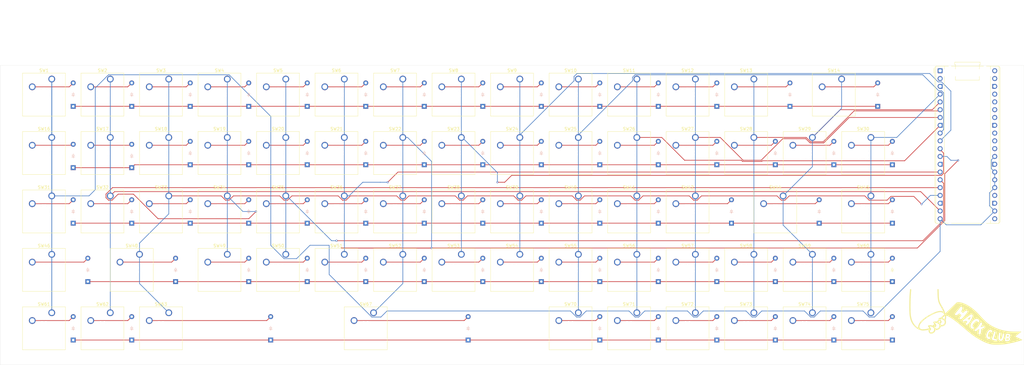
<source format=kicad_pcb>
(kicad_pcb (version 20240108) (generator "pcbnew") (generator_version "8.0")
  (layers (0 "F.Cu" signal) (31 "B.Cu" signal) (34 "B.Paste" user) (35 "F.Paste" user) (36 "B.SilkS" user "B.Silkscreen") (37 "F.SilkS" user "F.Silkscreen") (38 "B.Mask" user) (39 "F.Mask" user) (44 "Edge.Cuts" user))
  (net 0 "")
  (net 1 "Net-(D1-A)")
  (net 2 "Net-(D1-K)")
  (net 3 "Net-(D2-A)")
  (net 4 "Net-(D3-A)")
  (net 5 "Net-(D4-A)")
  (net 6 "Net-(D5-A)")
  (net 7 "Net-(D6-A)")
  (net 8 "Net-(D7-A)")
  (net 9 "Net-(D8-A)")
  (net 10 "Net-(D9-A)")
  (net 11 "Net-(D10-A)")
  (net 12 "Net-(D11-A)")
  (net 13 "Net-(D12-A)")
  (net 14 "Net-(D13-A)")
  (net 15 "Net-(D14-A)")
  (net 16 "Net-(D16-A)")
  (net 17 "Net-(D16-K)")
  (net 18 "Net-(D17-A)")
  (net 19 "Net-(D18-A)")
  (net 20 "Net-(D19-A)")
  (net 21 "Net-(D20-A)")
  (net 22 "Net-(D21-A)")
  (net 23 "Net-(D22-A)")
  (net 24 "Net-(D23-A)")
  (net 25 "Net-(D24-A)")
  (net 26 "Net-(D25-A)")
  (net 27 "Net-(D26-A)")
  (net 28 "Net-(D27-A)")
  (net 29 "Net-(D28-A)")
  (net 30 "Net-(D29-A)")
  (net 31 "Net-(D30-A)")
  (net 32 "Net-(D31-K)")
  (net 33 "Net-(D31-A)")
  (net 34 "Net-(D32-A)")
  (net 35 "Net-(D33-A)")
  (net 36 "Net-(D34-A)")
  (net 37 "Net-(D35-A)")
  (net 38 "Net-(D36-A)")
  (net 39 "Net-(D37-A)")
  (net 40 "Net-(D38-A)")
  (net 41 "Net-(D39-A)")
  (net 42 "Net-(D40-A)")
  (net 43 "Net-(D41-A)")
  (net 44 "Net-(D42-A)")
  (net 45 "Net-(D44-A)")
  (net 46 "Net-(D45-A)")
  (net 47 "Net-(D46-A)")
  (net 48 "Net-(D46-K)")
  (net 49 "Net-(D48-A)")
  (net 50 "Net-(D49-A)")
  (net 51 "Net-(D50-A)")
  (net 52 "Net-(D51-A)")
  (net 53 "Net-(D52-A)")
  (net 54 "Net-(D53-A)")
  (net 55 "Net-(D54-A)")
  (net 56 "Net-(D55-A)")
  (net 57 "Net-(D56-A)")
  (net 58 "Net-(D57-A)")
  (net 59 "Net-(D58-A)")
  (net 60 "Net-(D59-A)")
  (net 61 "Net-(D60-A)")
  (net 62 "Net-(D61-K)")
  (net 63 "Net-(D61-A)")
  (net 64 "Net-(D62-A)")
  (net 65 "Net-(D63-A)")
  (net 66 "Net-(D67-A)")
  (net 67 "Net-(D70-A)")
  (net 68 "Net-(D71-A)")
  (net 69 "Net-(D72-A)")
  (net 70 "Net-(D73-A)")
  (net 71 "Net-(D74-A)")
  (net 72 "Net-(D75-A)")
  (net 73 "col1")
  (net 74 "col2")
  (net 75 "col3")
  (net 76 "col4")
  (net 77 "col5")
  (net 78 "col6")
  (net 79 "col7")
  (net 80 "col8")
  (net 81 "col9")
  (net 82 "col10")
  (net 83 "col11")
  (net 84 "col12")
  (net 85 "col13")
  (net 86 "col14")
  (net 87 "col15")
  (footprint "Button_Switch_Keyboard:SW_Cherry_MX_1.00u_PCB" (layer "F.Cu") (at 47.78375 23.495)
    (property "Reference" "SW18")
    (property "Value" "SW_Push_45deg")
  )
  (footprint "Button_Switch_Keyboard:SW_Cherry_MX_1.00u_PCB" (layer "F.Cu") (at 104.93375 4.445)
    (property "Reference" "SW6")
    (property "Value" "SW_Push_45deg")
  )
  (footprint "Button_Switch_Keyboard:SW_Cherry_MX_1.00u_PCB" (layer "F.Cu") (at 9.68375 80.645)
    (property "Reference" "SW61")
    (property "Value" "SW_Push_45deg")
  )
  (footprint "Button_Switch_Keyboard:SW_Cherry_MX_1.00u_PCB" (layer "F.Cu") (at 9.68375 23.495)
    (property "Reference" "SW16")
    (property "Value" "SW_Push_45deg")
  )
  (footprint "Button_Switch_Keyboard:SW_Cherry_MX_1.00u_PCB" (layer "F.Cu") (at 28.73375 80.645)
    (property "Reference" "SW62")
    (property "Value" "SW_Push_45deg")
  )
  (footprint "Button_Switch_Keyboard:SW_Cherry_MX_1.00u_PCB" (layer "F.Cu") (at 9.68375 61.595)
    (property "Reference" "SW46")
    (property "Value" "SW_Push_45deg")
  )
  (footprint "Button_Switch_Keyboard:SW_Cherry_MX_1.00u_PCB" (layer "F.Cu") (at 9.68375 4.445)
    (property "Reference" "SW1")
    (property "Value" "SW_Push_45deg")
  )
  (footprint "Button_Switch_Keyboard:SW_Cherry_MX_1.00u_PCB" (layer "F.Cu") (at 104.93375 61.595)
    (property "Reference" "SW51")
    (property "Value" "SW_Push_45deg")
  )
  (footprint "Button_Switch_Keyboard:SW_Cherry_MX_1.00u_PCB" (layer "F.Cu") (at 123.98375 42.545)
    (property "Reference" "SW37")
    (property "Value" "SW_Push_45deg")
  )
  (footprint "Button_Switch_Keyboard:SW_Cherry_MX_1.00u_PCB" (layer "F.Cu") (at 276.38375 80.645)
    (property "Reference" "SW75")
    (property "Value" "SW_Push_45deg")
  )
  (footprint "Button_Switch_Keyboard:SW_Cherry_MX_1.00u_PCB" (layer "F.Cu") (at 162.08375 4.445)
    (property "Reference" "SW9")
    (property "Value" "SW_Push_45deg")
  )
  (footprint "Button_Switch_Keyboard:SW_Cherry_MX_1.00u_PCB" (layer "F.Cu") (at 181.13375 80.645)
    (property "Reference" "SW70")
    (property "Value" "SW_Push_45deg")
  )
  (footprint "Button_Switch_Keyboard:SW_Cherry_MX_1.00u_PCB" (layer "F.Cu") (at 66.83375 42.545)
    (property "Reference" "SW34")
    (property "Value" "SW_Push_45deg")
  )
  (footprint "Button_Switch_Keyboard:SW_Cherry_MX_1.00u_PCB" (layer "F.Cu") (at 9.68375 42.545)
    (property "Reference" "SW31")
    (property "Value" "SW_Push_45deg")
  )
  (footprint "Button_Switch_Keyboard:SW_Cherry_MX_1.00u_PCB" (layer "F.Cu") (at 85.88375 23.495)
    (property "Reference" "SW20")
    (property "Value" "SW_Push_45deg")
  )
  (footprint "Button_Switch_Keyboard:SW_Cherry_MX_1.00u_PCB" (layer "F.Cu") (at 257.33375 80.645)
    (property "Reference" "SW74")
    (property "Value" "SW_Push_45deg")
  )
  (footprint "Button_Switch_Keyboard:SW_Cherry_MX_1.00u_PCB" (layer "F.Cu") (at 219.23375 4.445)
    (property "Reference" "SW12")
    (property "Value" "SW_Push_45deg")
  )
  (footprint "Button_Switch_Keyboard:SW_Cherry_MX_1.00u_PCB" (layer "F.Cu") (at 66.83375 4.445)
    (property "Reference" "SW4")
    (property "Value" "SW_Push_45deg")
  )
  (footprint "Button_Switch_Keyboard:SW_Cherry_MX_1.00u_PCB" (layer "F.Cu") (at 219.23375 80.645)
    (property "Reference" "SW72")
    (property "Value" "SW_Push_45deg")
  )
  (footprint "Button_Switch_Keyboard:SW_Cherry_MX_1.00u_PCB" (layer "F.Cu") (at 181.13375 4.445)
    (property "Reference" "SW10")
    (property "Value" "SW_Push_45deg")
  )
  (footprint "Button_Switch_Keyboard:SW_Cherry_MX_1.00u_PCB" (layer "F.Cu") (at 238.28375 61.595)
    (property "Reference" "SW58")
    (property "Value" "SW_Push_45deg")
  )
  (footprint "Button_Switch_Keyboard:SW_Cherry_MX_1.00u_PCB" (layer "F.Cu") (at 47.78375 42.545)
    (property "Reference" "SW33")
    (property "Value" "SW_Push_45deg")
  )
  (footprint "Button_Switch_Keyboard:SW_Cherry_MX_1.00u_PCB" (layer "F.Cu") (at 200.18375 4.445)
    (property "Reference" "SW11")
    (property "Value" "SW_Push_45deg")
  )
  (footprint "Button_Switch_Keyboard:SW_Cherry_MX_1.00u_PCB" (layer "F.Cu") (at 200.18375 80.645)
    (property "Reference" "SW71")
    (property "Value" "SW_Push_45deg")
  )
  (footprint "Button_Switch_Keyboard:SW_Cherry_MX_1.00u_PCB" (layer "F.Cu") (at 143.03375 4.445)
    (property "Reference" "SW8")
    (property "Value" "SW_Push_45deg")
  )
  (footprint "Button_Switch_Keyboard:SW_Cherry_MX_1.00u_PCB" (layer "F.Cu") (at 85.88375 42.545)
    (property "Reference" "SW35")
    (property "Value" "SW_Push_45deg")
  )
  (footprint "Button_Switch_Keyboard:SW_Cherry_MX_1.00u_PCB" (layer "F.Cu") (at 162.08375 61.595)
    (property "Reference" "SW54")
    (property "Value" "SW_Push_45deg" (hide yes))
  )
  (footprint "Button_Switch_Keyboard:SW_Cherry_MX_1.00u_PCB" (layer "F.Cu") (at 276.38375 61.595)
    (property "Reference" "SW60")
    (property "Value" "SW_Push_45deg")
  )
  (footprint "Button_Switch_Keyboard:SW_Cherry_MX_1.00u_PCB" (layer "F.Cu") (at 47.78375 4.445)
    (property "Reference" "SW3")
    (property "Value" "SW_Push_45deg")
  )
  (footprint "Button_Switch_Keyboard:SW_Cherry_MX_1.00u_PCB" (layer "F.Cu") (at 162.08375 42.545)
    (property "Reference" "SW39")
    (property "Value" "SW_Push_45deg")
  )
  (footprint "Button_Switch_Keyboard:SW_Cherry_MX_1.00u_PCB" (layer "F.Cu") (at 219.23375 23.495)
    (property "Reference" "SW27")
    (property "Value" "SW_Push_45deg")
  )
  (footprint "Button_Switch_Keyboard:SW_Cherry_MX_1.00u_PCB" (layer "F.Cu") (at 123.98375 4.445)
    (property "Reference" "SW7")
    (property "Value" "SW_Push_45deg")
  )
  (footprint "Button_Switch_Keyboard:SW_Cherry_MX_1.00u_PCB" (layer "F.Cu") (at 143.03375 42.545)
    (property "Reference" "SW38")
    (property "Value" "SW_Push_45deg")
  )
  (footprint "Button_Switch_Keyboard:SW_Cherry_MX_1.00u_PCB" (layer "F.Cu") (at 247.80875 42.545)
    (property "Reference" "SW44")
    (property "Value" "SW_Push_45deg")
  )
  (footprint "Button_Switch_Keyboard:SW_Cherry_MX_1.00u_PCB" (layer "F.Cu") (at 85.88375 61.595)
    (property "Reference" "SW50")
    (property "Value" "SW_Push_45deg")
  )
  (footprint "Button_Switch_Keyboard:SW_Cherry_MX_1.00u_PCB" (layer "F.Cu") (at 276.38375 23.495)
    (property "Reference" "SW30")
    (property "Value" "SW_Push_45deg")
  )
  (footprint "LOGO" (layer "F.Cu") (at 307.18125 83.34375)
    (property "Reference" "G***" (hide yes))
    (property "Value" "LOGO" (hide yes))
  )
  (footprint "Button_Switch_Keyboard:SW_Cherry_MX_1.00u_PCB" (layer "F.Cu") (at 66.83375 23.495)
    (property "Reference" "SW19")
    (property "Value" "SW_Push_45deg")
  )
  (footprint "Button_Switch_Keyboard:SW_Cherry_MX_1.00u_PCB" (layer "F.Cu") (at 114.45875 80.645)
    (property "Reference" "SW67")
    (property "Value" "SW_Push_45deg" (hide yes))
  )
  (footprint "Button_Switch_Keyboard:SW_Cherry_MX_1.00u_PCB" (layer "F.Cu") (at 257.33375 23.495)
    (property "Reference" "SW29")
    (property "Value" "SW_Push_45deg")
  )
  (footprint "Button_Switch_Keyboard:SW_Cherry_MX_1.00u_PCB" (layer "F.Cu") (at 47.78375 80.645)
    (property "Reference" "SW63")
    (property "Value" "SW_Push_45deg")
  )
  (footprint "Button_Switch_Keyboard:SW_Cherry_MX_1.00u_PCB" (layer "F.Cu") (at 219.23375 61.595)
    (property "Reference" "SW57")
    (property "Value" "SW_Push_45deg")
  )
  (footprint "Button_Switch_Keyboard:SW_Cherry_MX_1.00u_PCB" (layer "F.Cu") (at 104.93375 23.495)
    (property "Reference" "SW21")
    (property "Value" "SW_Push_45deg")
  )
  (footprint "Button_Switch_Keyboard:SW_Cherry_MX_1.00u_PCB" (layer "F.Cu") (at 66.83375 61.595)
    (property "Reference" "SW49")
    (property "Value" "SW_Push_45deg")
  )
  (footprint "Button_Switch_Keyboard:SW_Cherry_MX_1.00u_PCB" (layer "F.Cu") (at 123.98375 23.495)
    (property "Reference" "SW22")
    (property "Value" "SW_Push_45deg")
  )
  (footprint "ScottoKeebs_Components:Diode_DO-35" (layer "F.Cu") (at 283.36875 70.485 90)
    (property "Reference" "D60" (hide yes))
    (property "Value" "D" (hide yes))
  )
  (footprint "Button_Switch_Keyboard:SW_Cherry_MX_1.00u_PCB" (layer "F.Cu") (at 28.73375 23.495)
    (property "Reference" "SW17")
    (property "Value" "SW_Push_45deg")
  )
  (footprint "Button_Switch_Keyboard:SW_Cherry_MX_1.00u_PCB" (layer "F.Cu") (at 257.33375 61.595)
    (property "Reference" "SW59")
    (property "Value" "SW_Push_45deg")
  )
  (footprint "Button_Switch_Keyboard:SW_Cherry_MX_1.00u_PCB" (layer "F.Cu") (at 143.03375 23.495)
    (property "Reference" "SW23")
    (property "Value" "SW_Push_45deg")
  )
  (footprint "Button_Switch_Keyboard:SW_Cherry_MX_1.00u_PCB" (layer "F.Cu") (at 162.08375 23.495)
    (property "Reference" "SW24")
    (property "Value" "SW_Push_45deg")
  )
  (footprint "Button_Switch_Keyboard:SW_Cherry_MX_1.00u_PCB" (layer "F.Cu") (at 181.13375 61.595)
    (property "Reference" "SW55")
    (property "Value" "SW_Push_45deg")
  )
  (footprint "Button_Switch_Keyboard:SW_Cherry_MX_1.00u_PCB" (layer "F.Cu") (at 38.25875 61.595)
    (property "Reference" "SW48")
    (property "Value" "SW_Push_45deg")
  )
  (footprint "Button_Switch_Keyboard:SW_Cherry_MX_1.00u_PCB" (layer "F.Cu") (at 85.88375 4.445)
    (property "Reference" "SW5")
    (property "Value" "SW_Push_45deg")
  )
  (footprint "Button_Switch_Keyboard:SW_Cherry_MX_1.00u_PCB" (layer "F.Cu") (at 28.73375 42.545)
    (property "Reference" "SW32")
    (property "Value" "SW_Push_45deg")
  )
  (footprint "Button_Switch_Keyboard:SW_Cherry_MX_1.00u_PCB" (layer "F.Cu") (at 200.18375 42.545)
    (property "Reference" "SW41")
    (property "Value" "SW_Push_45deg")
  )
  (footprint "Button_Switch_Keyboard:SW_Cherry_MX_1.00u_PCB" (layer "F.Cu") (at 238.28375 80.645)
    (property "Reference" "SW73")
    (property "Value" "SW_Push_45deg")
  )
  (footprint "Button_Switch_Keyboard:SW_Cherry_MX_1.00u_PCB" (layer "F.Cu") (at 276.38375 42.545)
    (property "Reference" "SW45")
    (property "Value" "SW_Push_45deg")
  )
  (footprint "Module:RaspberryPi_Pico_Common_THT" (layer "F.Cu") (at 298.92625 1.74625)
    (property "Reference" "U1" (hide yes))
    (property "Value" "Pico" (hide yes))
  )
  (footprint "Button_Switch_Keyboard:SW_Cherry_MX_1.00u_PCB" (layer "F.Cu") (at 143.03375 61.595)
    (property "Reference" "SW53")
    (property "Value" "SW_Push_45deg")
  )
  (footprint "Button_Switch_Keyboard:SW_Cherry_MX_1.00u_PCB" (layer "F.Cu") (at 104.93375 42.545)
    (property "Reference" "SW36")
    (property "Value" "SW_Push_45deg")
  )
  (footprint "Button_Switch_Keyboard:SW_Cherry_MX_1.00u_PCB" (layer "F.Cu") (at 123.98375 61.595)
    (property "Reference" "SW52")
    (property "Value" "SW_Push_45deg")
  )
  (footprint "Button_Switch_Keyboard:SW_Cherry_MX_1.00u_PCB" (layer "F.Cu") (at 238.28375 4.445)
    (property "Reference" "SW13")
    (property "Value" "SW_Push_45deg")
  )
  (footprint "Button_Switch_Keyboard:SW_Cherry_MX_1.00u_PCB" (layer "F.Cu") (at 266.85875 4.445)
    (property "Reference" "SW14")
    (property "Value" "SW_Push_45deg")
  )
  (footprint "Button_Switch_Keyboard:SW_Cherry_MX_1.00u_PCB" (layer "F.Cu") (at 200.18375 23.495)
    (property "Reference" "SW26")
    (property "Value" "SW_Push_45deg")
  )
  (footprint "Button_Switch_Keyboard:SW_Cherry_MX_1.00u_PCB" (layer "F.Cu") (at 238.28375 23.495)
    (property "Reference" "SW28")
    (property "Value" "SW_Push_45deg")
  )
  (footprint "Button_Switch_Keyboard:SW_Cherry_MX_1.00u_PCB" (layer "F.Cu") (at 200.18375 61.595)
    (property "Reference" "SW56")
    (property "Value" "SW_Push_45deg")
  )
  (footprint "Button_Switch_Keyboard:SW_Cherry_MX_1.00u_PCB" (layer "F.Cu") (at 219.23375 42.545)
    (property "Reference" "SW42")
    (property "Value" "SW_Push_45deg" (hide yes))
  )
  (footprint "Button_Switch_Keyboard:SW_Cherry_MX_1.00u_PCB" (layer "F.Cu") (at 181.13375 23.495)
    (property "Reference" "SW25")
    (property "Value" "SW_Push_45deg")
  )
  (footprint "Button_Switch_Keyboard:SW_Cherry_MX_1.00u_PCB" (layer "F.Cu") (at 28.73375 4.445)
    (property "Reference" "SW2")
    (property "Value" "SW_Push_45deg")
  )
  (footprint "Button_Switch_Keyboard:SW_Cherry_MX_1.00u_PCB" (layer "F.Cu") (at 181.13375 42.545)
    (property "Reference" "SW40")
    (property "Value" "SW_Push_45deg")
  )
  (footprint "ScottoKeebs_Components:Diode_DO-35" (layer "B.Cu") (at 145.25625 89.535 90)
    (property "Reference" "D67" (hide yes))
    (property "Value" "D" (hide yes))
  )
  (footprint "ScottoKeebs_Components:Diode_DO-35" (layer "B.Cu") (at 188.11875 13.335 90)
    (property "Reference" "D10" (hide yes))
    (property "Value" "D" (hide yes))
  )
  (footprint "ScottoKeebs_Components:Diode_DO-35" (layer "B.Cu") (at 35.71875 51.435 90)
    (property "Reference" "D32" (hide yes))
    (property "Value" "D" (hide yes))
  )
  (footprint "ScottoKeebs_Components:Diode_DO-35" (layer "B.Cu") (at 130.96875 70.485 90)
    (property "Reference" "D52" (hide yes))
    (property "Value" "D" (hide yes))
  )
  (footprint "ScottoKeebs_Components:Diode_DO-35" (layer "B.Cu") (at 130.96875 32.385 90)
    (property "Reference" "D22" (hide yes))
    (property "Value" "D" (hide yes))
  )
  (footprint "ScottoKeebs_Components:Diode_DO-35" (layer "B.Cu") (at 283.36875 51.435 90)
    (property "Reference" "D45" (hide yes))
    (property "Value" "D" (hide yes))
  )
  (footprint "ScottoKeebs_Components:Diode_DO-35" (layer "B.Cu") (at 245.26875 32.385 90)
    (property "Reference" "D28" (hide yes))
    (property "Value" "D" (hide yes))
  )
  (footprint "ScottoKeebs_Components:Diode_DO-35" (layer "B.Cu") (at 245.26875 70.485 90)
    (property "Reference" "D58" (hide yes))
    (property "Value" "D" (hide yes))
  )
  (footprint "ScottoKeebs_Components:Diode_DO-35" (layer "B.Cu") (at 226.21875 70.485 90)
    (property "Reference" "D57" (hide yes))
    (property "Value" "D" (hide yes))
  )
  (footprint "ScottoKeebs_Components:Diode_DO-35" (layer "B.Cu") (at 230.98125 51.435 90)
    (property "Reference" "D42" (hide yes))
    (property "Value" "D" (hide yes))
  )
  (footprint "ScottoKeebs_Components:Diode_DO-35" (layer "B.Cu") (at 35.71875 33.3375 90)
    (property "Reference" "D17" (hide yes))
    (property "Value" "D" (hide yes))
  )
  (footprint "ScottoKeebs_Components:Diode_DO-35" (layer "B.Cu") (at 169.06875 32.385 90)
    (property "Reference" "D24" (hide yes))
    (property "Value" "D" (hide yes))
  )
  (footprint "ScottoKeebs_Components:Diode_DO-35" (layer "B.Cu") (at 21.43125 70.485 90)
    (property "Reference" "D46" (hide yes))
    (property "Value" "D" (hide yes))
  )
  (footprint "ScottoKeebs_Components:Diode_DO-35" (layer "B.Cu") (at 259.55625 51.435 90)
    (property "Reference" "D44" (hide yes))
    (property "Value" "D" (hide yes))
  )
  (footprint "ScottoKeebs_Components:Diode_DO-35" (layer "B.Cu") (at 264.31875 70.485 90)
    (property "Reference" "D59" (hide yes))
    (property "Value" "D" (hide yes))
  )
  (footprint "ScottoKeebs_Components:Diode_DO-35" (layer "B.Cu") (at 264.31875 89.535 90)
    (property "Reference" "D74" (hide yes))
    (property "Value" "D" (hide yes))
  )
  (footprint "ScottoKeebs_Components:Diode_DO-35" (layer "B.Cu") (at 207.16875 32.385 90)
    (property "Reference" "D26" (hide yes))
    (property "Value" "D" (hide yes))
  )
  (footprint "ScottoKeebs_Components:Diode_DO-35" (layer "B.Cu") (at 111.91875 70.485 90)
    (property "Reference" "D51" (hide yes))
    (property "Value" "D" (hide yes))
  )
  (footprint "ScottoKeebs_Components:Diode_DO-35" (layer "B.Cu") (at 130.96875 13.335 90)
    (property "Reference" "D7" (hide yes))
    (property "Value" "D" (hide yes))
  )
  (footprint "ScottoKeebs_Components:Diode_DO-35" (layer "B.Cu") (at 207.16875 89.535 90)
    (property "Reference" "D71" (hide yes))
    (property "Value" "D" (hide yes))
  )
  (footprint "ScottoKeebs_Components:Diode_DO-35" (layer "B.Cu") (at 283.36875 89.535 90)
    (property "Reference" "D75" (hide yes))
    (property "Value" "D" (hide yes))
  )
  (footprint "ScottoKeebs_Components:Diode_DO-35" (layer "B.Cu") (at 16.66875 89.535 90)
    (property "Reference" "D61" (hide yes))
    (property "Value" "D" (hide yes))
  )
  (footprint "ScottoKeebs_Components:Diode_DO-35" (layer "B.Cu") (at 188.11875 51.435 90)
    (property "Reference" "D40" (hide yes))
    (property "Value" "D" (hide yes))
  )
  (footprint "ScottoKeebs_Components:Diode_DO-35" (layer "B.Cu") (at 130.96875 51.435 90)
    (property "Reference" "D37" (hide yes))
    (property "Value" "D" (hide yes))
  )
  (footprint "ScottoKeebs_Components:Diode_DO-35" (layer "B.Cu") (at 226.21875 32.385 90)
    (property "Reference" "D27" (hide yes))
    (property "Value" "D" (hide yes))
  )
  (footprint "ScottoKeebs_Components:Diode_DO-35" (layer "B.Cu") (at 207.16875 13.335 90)
    (property "Reference" "D11" (hide yes))
    (property "Value" "D" (hide yes))
  )
  (footprint "ScottoKeebs_Components:Diode_DO-35" (layer "B.Cu") (at 92.86875 13.335 90)
    (property "Reference" "D5" (hide yes))
    (property "Value" "D" (hide yes))
  )
  (footprint "ScottoKeebs_Components:Diode_DO-35" (layer "B.Cu") (at 226.21875 13.335 90)
    (property "Reference" "D12" (hide yes))
    (property "Value" "D" (hide yes))
  )
  (footprint "ScottoKeebs_Components:Diode_DO-35" (layer "B.Cu") (at 188.11875 32.385 90)
    (property "Reference" "D25" (hide yes))
    (property "Value" "D" (hide yes))
  )
  (footprint "ScottoKeebs_Components:Diode_DO-35" (layer "B.Cu") (at 80.9625 89.535 90)
    (property "Reference" "D63" (hide yes))
    (property "Value" "D" (hide yes))
  )
  (footprint "ScottoKeebs_Components:Diode_DO-35" (layer "B.Cu") (at 16.66875 51.435 90)
    (property "Reference" "D31" (hide yes))
    (property "Value" "D" (hide yes))
  )
  (footprint "ScottoKeebs_Components:Diode_DO-35" (layer "B.Cu") (at 207.16875 70.485 90)
    (property "Reference" "D56" (hide yes))
    (property "Value" "D" (hide yes))
  )
  (footprint "ScottoKeebs_Components:Diode_DO-35" (layer "B.Cu") (at 283.36875 32.385 90)
    (property "Reference" "D30" (hide yes))
    (property "Value" "D" (hide yes))
  )
  (footprint "ScottoKeebs_Components:Diode_DO-35" (layer "B.Cu") (at 16.66875 13.335 90)
    (property "Reference" "D1" (hide yes))
    (property "Value" "D" (hide yes))
  )
  (footprint "ScottoKeebs_Components:Diode_DO-35" (layer "B.Cu") (at 169.06875 51.435 90)
    (property "Reference" "D39" (hide yes))
    (property "Value" "D" (hide yes))
  )
  (footprint "ScottoKeebs_Components:Diode_DO-35" (layer "B.Cu") (at 54.76875 51.435 90)
    (property "Reference" "D33" (hide yes))
    (property "Value" "D" (hide yes))
  )
  (footprint "ScottoKeebs_Components:Diode_DO-35" (layer "B.Cu") (at 54.76875 13.335 90)
    (property "Reference" "D3" (hide yes))
    (property "Value" "D" (hide yes))
  )
  (footprint "ScottoKeebs_Components:Diode_DO-35" (layer "B.Cu") (at 111.91875 51.435 90)
    (property "Reference" "D36" (hide yes))
    (property "Value" "D" (hide yes))
  )
  (footprint "ScottoKeebs_Components:Diode_DO-35" (layer "B.Cu") (at 92.86875 32.385 90)
    (property "Reference" "D20" (hide yes))
    (property "Value" "D" (hide yes))
  )
  (footprint "ScottoKeebs_Components:Diode_DO-35" (layer "B.Cu") (at 35.71875 13.335 90)
    (property "Reference" "D2" (hide yes))
    (property "Value" "D" (hide yes))
  )
  (footprint "ScottoKeebs_Components:Diode_DO-35" (layer "B.Cu") (at 92.86875 70.485 90)
    (property "Reference" "D50" (hide yes))
    (property "Value" "D" (hide yes))
  )
  (footprint "ScottoKeebs_Components:Diode_DO-35" (layer "B.Cu") (at 188.11875 70.485 90)
    (property "Reference" "D55" (hide yes))
    (property "Value" "D" (hide yes))
  )
  (footprint "ScottoKeebs_Components:Diode_DO-35" (layer "B.Cu") (at 73.81875 51.435 90)
    (property "Reference" "D34" (hide yes))
    (property "Value" "D" (hide yes))
  )
  (footprint "ScottoKeebs_Components:Diode_DO-35" (layer "B.Cu") (at 207.16875 51.435 90)
    (property "Reference" "D41" (hide yes))
    (property "Value" "D" (hide yes))
  )
  (footprint "ScottoKeebs_Components:Diode_DO-35" (layer "B.Cu") (at 111.91875 13.335 90)
    (property "Reference" "D6" (hide yes))
    (property "Value" "D" (hide yes))
  )
  (footprint "ScottoKeebs_Components:Diode_DO-35" (layer "B.Cu") (at 264.31875 32.385 90)
    (property "Reference" "D29" (hide yes))
    (property "Value" "D" (hide yes))
  )
  (footprint "ScottoKeebs_Components:Diode_DO-35" (layer "B.Cu") (at 150.01875 70.485 90)
    (property "Reference" "D53" (hide yes))
    (property "Value" "D" (hide yes))
  )
  (footprint "ScottoKeebs_Components:Diode_DO-35" (layer "B.Cu") (at 150.01875 13.335 90)
    (property "Reference" "D8" (hide yes))
    (property "Value" "D" (hide yes))
  )
  (footprint "ScottoKeebs_Components:Diode_DO-35" (layer "B.Cu") (at 226.21875 89.535 90)
    (property "Reference" "D72" (hide yes))
    (property "Value" "D" (hide yes))
  )
  (footprint "ScottoKeebs_Components:Diode_DO-35" (layer "B.Cu") (at 73.81875 13.335 90)
    (property "Reference" "D4" (hide yes))
    (property "Value" "D" (hide yes))
  )
  (footprint "ScottoKeebs_Components:Diode_DO-35" (layer "B.Cu") (at 73.81875 70.485 90)
    (property "Reference" "D49" (hide yes))
    (property "Value" "D" (hide yes))
  )
  (footprint "ScottoKeebs_Components:Diode_DO-35" (layer "B.Cu") (at 35.71875 89.535 90)
    (property "Reference" "D62" (hide yes))
    (property "Value" "D" (hide yes))
  )
  (footprint "ScottoKeebs_Components:Diode_DO-35" (layer "B.Cu") (at 73.81875 32.385 90)
    (property "Reference" "D19" (hide yes))
    (property "Value" "D" (hide yes))
  )
  (footprint "ScottoKeebs_Components:Diode_DO-35" (layer "B.Cu") (at 250.03125 13.335 90)
    (property "Reference" "D13" (hide yes))
    (property "Value" "D" (hide yes))
  )
  (footprint "ScottoKeebs_Components:Diode_DO-35" (layer "B.Cu") (at 169.06875 70.485 90)
    (property "Reference" "D54" (hide yes))
    (property "Value" "D" (hide yes))
  )
  (footprint "ScottoKeebs_Components:Diode_DO-35" (layer "B.Cu") (at 50.00625 70.485 90)
    (property "Reference" "D48" (hide yes))
    (property "Value" "D" (hide yes))
  )
  (footprint "ScottoKeebs_Components:Diode_DO-35" (layer "B.Cu") (at 54.76875 32.385 90)
    (property "Reference" "D18" (hide yes))
    (property "Value" "D" (hide yes))
  )
  (footprint "ScottoKeebs_Components:Diode_DO-35" (layer "B.Cu") (at 16.66875 33.3375 90)
    (property "Reference" "D16" (hide yes))
    (property "Value" "D" (hide yes))
  )
  (footprint "ScottoKeebs_Components:Diode_DO-35" (layer "B.Cu") (at 92.86875 51.435 90)
    (property "Reference" "D35" (hide yes))
    (property "Value" "D" (hide yes))
  )
  (footprint "ScottoKeebs_Components:Diode_DO-35" (layer "B.Cu") (at 245.26875 89.535 90)
    (property "Reference" "D73" (hide yes))
    (property "Value" "D" (hide yes))
  )
  (footprint "ScottoKeebs_Components:Diode_DO-35" (layer "B.Cu") (at 188.11875 89.535 90)
    (property "Reference" "D70" (hide yes))
    (property "Value" "D" (hide yes))
  )
  (footprint "ScottoKeebs_Components:Diode_DO-35" (layer "B.Cu") (at 150.01875 51.435 90)
    (property "Reference" "D38" (hide yes))
    (property "Value" "D" (hide yes))
  )
  (footprint "ScottoKeebs_Components:Diode_DO-35" (layer "B.Cu") (at 278.60625 13.335 90)
    (property "Reference" "D14" (hide yes))
    (property "Value" "D" (hide yes))
  )
  (footprint "ScottoKeebs_Components:Diode_DO-35" (layer "B.Cu") (at 150.01875 32.385 90)
    (property "Reference" "D23" (hide yes))
    (property "Value" "D" (hide yes))
  )
  (footprint "ScottoKeebs_Components:Diode_DO-35" (layer "B.Cu") (at 111.91875 32.385 90)
    (property "Reference" "D21" (hide yes))
    (property "Value" "D" (hide yes))
  )
  (footprint "ScottoKeebs_Components:Diode_DO-35" (layer "B.Cu") (at 169.06875 13.335 90)
    (property "Reference" "D9" (hide yes))
    (property "Value" "D" (hide yes))
  )
  (gr_rect (start -7.14375 0) (end 326.23125 97.63125) (stroke (width 0.05)) (fill none) (layer "Edge.Cuts"))
  (segment (start 3.33375 6.985) (end 15.39875 6.985) (width 0.2) (layer "F.Cu") (net 1))
  (segment (start 15.39875 6.985) (end 16.66875 5.715) (width 0.2) (layer "F.Cu") (net 1))
  (segment (start 278.60625 13.335) (end 16.66875 13.335) (width 0.2) (layer "F.Cu") (net 2))
  (segment (start 22.38375 6.985) (end 34.44875 6.985) (width 0.2) (layer "F.Cu") (net 3))
  (segment (start 34.44875 6.985) (end 35.71875 5.715) (width 0.2) (layer "F.Cu") (net 3))
  (segment (start 53.49875 6.985) (end 54.76875 5.715) (width 0.2) (layer "F.Cu") (net 4))
  (segment (start 41.43375 6.985) (end 53.49875 6.985) (width 0.2) (layer "F.Cu") (net 4))
  (segment (start 60.48375 6.985) (end 72.54875 6.985) (width 0.2) (layer "F.Cu") (net 5))
  (segment (start 72.54875 6.985) (end 73.81875 5.715) (width 0.2) (layer "F.Cu") (net 5))
  (segment (start 91.59875 6.985) (end 92.86875 5.715) (width 0.2) (layer "F.Cu") (net 6))
  (segment (start 79.53375 6.985) (end 91.59875 6.985) (width 0.2) (layer "F.Cu") (net 6))
  (segment (start 110.64875 6.985) (end 111.91875 5.715) (width 0.2) (layer "F.Cu") (net 7))
  (segment (start 98.58375 6.985) (end 110.64875 6.985) (width 0.2) (layer "F.Cu") (net 7))
  (segment (start 117.63375 6.985) (end 129.69875 6.985) (width 0.2) (layer "F.Cu") (net 8))
  (segment (start 129.69875 6.985) (end 130.96875 5.715) (width 0.2) (layer "F.Cu") (net 8))
  (segment (start 136.68375 6.985) (end 148.74875 6.985) (width 0.2) (layer "F.Cu") (net 9))
  (segment (start 148.74875 6.985) (end 150.01875 5.715) (width 0.2) (layer "F.Cu") (net 9))
  (segment (start 167.79875 6.985) (end 169.06875 5.715) (width 0.2) (layer "F.Cu") (net 10))
  (segment (start 155.73375 6.985) (end 167.79875 6.985) (width 0.2) (layer "F.Cu") (net 10))
  (segment (start 174.78375 6.985) (end 186.84875 6.985) (width 0.2) (layer "F.Cu") (net 11))
  (segment (start 186.84875 6.985) (end 188.11875 5.715) (width 0.2) (layer "F.Cu") (net 11))
  (segment (start 205.89875 6.985) (end 207.16875 5.715) (width 0.2) (layer "F.Cu") (net 12))
  (segment (start 193.83375 6.985) (end 205.89875 6.985) (width 0.2) (layer "F.Cu") (net 12))
  (segment (start 224.94875 6.985) (end 226.21875 5.715) (width 0.2) (layer "F.Cu") (net 13))
  (segment (start 212.88375 6.985) (end 224.94875 6.985) (width 0.2) (layer "F.Cu") (net 13))
  (segment (start 231.93375 6.985) (end 248.76125 6.985) (width 0.2) (layer "F.Cu") (net 14))
  (segment (start 248.76125 6.985) (end 250.03125 5.715) (width 0.2) (layer "F.Cu") (net 14))
  (segment (start 260.50875 6.985) (end 277.33625 6.985) (width 0.2) (layer "F.Cu") (net 15))
  (segment (start 277.33625 6.985) (end 278.60625 5.715) (width 0.2) (layer "F.Cu") (net 15))
  (segment (start 3.33375 26.035) (end 16.35125 26.035) (width 0.2) (layer "F.Cu") (net 16))
  (segment (start 16.35125 26.035) (end 16.66875 25.7175) (width 0.2) (layer "F.Cu") (net 16))
  (segment (start 36.67125 32.385) (end 35.71875 33.3375) (width 0.2) (layer "F.Cu") (net 17))
  (segment (start 283.36875 32.385) (end 54.76875 32.385) (width 0.2) (layer "F.Cu") (net 17))
  (segment (start 54.76875 32.385) (end 36.67125 32.385) (width 0.2) (layer "F.Cu") (net 17))
  (segment (start 35.71875 33.3375) (end 16.66875 33.3375) (width 0.2) (layer "F.Cu") (net 17))
  (segment (start 22.38375 26.035) (end 35.40125 26.035) (width 0.2) (layer "F.Cu") (net 18))
  (segment (start 35.40125 26.035) (end 35.71875 25.7175) (width 0.2) (layer "F.Cu") (net 18))
  (segment (start 41.43375 26.035) (end 53.49875 26.035) (width 0.2) (layer "F.Cu") (net 19))
  (segment (start 53.49875 26.035) (end 54.76875 24.765) (width 0.2) (layer "F.Cu") (net 19))
  (segment (start 60.48375 26.035) (end 72.54875 26.035) (width 0.2) (layer "F.Cu") (net 20))
  (segment (start 72.54875 26.035) (end 73.81875 24.765) (width 0.2) (layer "F.Cu") (net 20))
  (segment (start 79.53375 26.035) (end 91.59875 26.035) (width 0.2) (layer "F.Cu") (net 21))
  (segment (start 91.59875 26.035) (end 92.86875 24.765) (width 0.2) (layer "F.Cu") (net 21))
  (segment (start 98.58375 26.035) (end 110.64875 26.035) (width 0.2) (layer "F.Cu") (net 22))
  (segment (start 110.64875 26.035) (end 111.91875 24.765) (width 0.2) (layer "F.Cu") (net 22))
  (segment (start 129.69875 26.035) (end 130.96875 24.765) (width 0.2) (layer "F.Cu") (net 23))
  (segment (start 117.63375 26.035) (end 129.69875 26.035) (width 0.2) (layer "F.Cu") (net 23))
  (segment (start 136.68375 26.035) (end 148.74875 26.035) (width 0.2) (layer "F.Cu") (net 24))
  (segment (start 148.74875 26.035) (end 150.01875 24.765) (width 0.2) (layer "F.Cu") (net 24))
  (segment (start 155.73375 26.035) (end 167.79875 26.035) (width 0.2) (layer "F.Cu") (net 25))
  (segment (start 167.79875 26.035) (end 169.06875 24.765) (width 0.2) (layer "F.Cu") (net 25))
  (segment (start 174.78375 26.035) (end 186.84875 26.035) (width 0.2) (layer "F.Cu") (net 26))
  (segment (start 186.84875 26.035) (end 188.11875 24.765) (width 0.2) (layer "F.Cu") (net 26))
  (segment (start 205.89875 26.035) (end 207.16875 24.765) (width 0.2) (layer "F.Cu") (net 27))
  (segment (start 193.83375 26.035) (end 205.89875 26.035) (width 0.2) (layer "F.Cu") (net 27))
  (segment (start 224.94875 26.035) (end 226.21875 24.765) (width 0.2) (layer "F.Cu") (net 28))
  (segment (start 212.88375 26.035) (end 224.94875 26.035) (width 0.2) (layer "F.Cu") (net 28))
  (segment (start 243.99875 26.035) (end 245.26875 24.765) (width 0.2) (layer "F.Cu") (net 29))
  (segment (start 231.93375 26.035) (end 243.99875 26.035) (width 0.2) (layer "F.Cu") (net 29))
  (segment (start 250.98375 26.035) (end 263.04875 26.035) (width 0.2) (layer "F.Cu") (net 30))
  (segment (start 263.04875 26.035) (end 264.31875 24.765) (width 0.2) (layer "F.Cu") (net 30))
  (segment (start 270.03375 26.035) (end 282.09875 26.035) (width 0.2) (layer "F.Cu") (net 31))
  (segment (start 282.09875 26.035) (end 283.36875 24.765) (width 0.2) (layer "F.Cu") (net 31))
  (segment (start 16.66875 51.435) (end 283.36875 51.435) (width 0.2) (layer "F.Cu") (net 32))
  (segment (start 3.33375 45.085) (end 15.39875 45.085) (width 0.2) (layer "F.Cu") (net 33))
  (segment (start 15.39875 45.085) (end 16.66875 43.815) (width 0.2) (layer "F.Cu") (net 33))
  (segment (start 34.44875 45.085) (end 35.71875 43.815) (width 0.2) (layer "F.Cu") (net 34))
  (segment (start 22.38375 45.085) (end 34.44875 45.085) (width 0.2) (layer "F.Cu") (net 34))
  (segment (start 53.49875 45.085) (end 54.76875 43.815) (width 0.2) (layer "F.Cu") (net 35))
  (segment (start 41.43375 45.085) (end 53.49875 45.085) (width 0.2) (layer "F.Cu") (net 35))
  (segment (start 72.54875 45.085) (end 73.81875 43.815) (width 0.2) (layer "F.Cu") (net 36))
  (segment (start 60.48375 45.085) (end 72.54875 45.085) (width 0.2) (layer "F.Cu") (net 36))
  (segment (start 79.53375 45.085) (end 91.59875 45.085) (width 0.2) (layer "F.Cu") (net 37))
  (segment (start 91.59875 45.085) (end 92.86875 43.815) (width 0.2) (layer "F.Cu") (net 37))
  (segment (start 110.64875 45.085) (end 111.91875 43.815) (width 0.2) (layer "F.Cu") (net 38))
  (segment (start 98.58375 45.085) (end 110.64875 45.085) (width 0.2) (layer "F.Cu") (net 38))
  (segment (start 129.69875 45.085) (end 117.63375 45.085) (width 0.2) (layer "F.Cu") (net 39))
  (segment (start 130.96875 43.815) (end 129.69875 45.085) (width 0.2) (layer "F.Cu") (net 39))
  (segment (start 136.68375 45.085) (end 148.74875 45.085) (width 0.2) (layer "F.Cu") (net 40))
  (segment (start 148.74875 45.085) (end 150.01875 43.815) (width 0.2) (layer "F.Cu") (net 40))
  (segment (start 167.79875 45.085) (end 169.06875 43.815) (width 0.2) (layer "F.Cu") (net 41))
  (segment (start 155.73375 45.085) (end 167.79875 45.085) (width 0.2) (layer "F.Cu") (net 41))
  (segment (start 174.78375 45.085) (end 186.84875 45.085) (width 0.2) (layer "F.Cu") (net 42))
  (segment (start 186.84875 45.085) (end 188.11875 43.815) (width 0.2) (layer "F.Cu") (net 42))
  (segment (start 205.89875 45.085) (end 207.16875 43.815) (width 0.2) (layer "F.Cu") (net 43))
  (segment (start 193.83375 45.085) (end 205.89875 45.085) (width 0.2) (layer "F.Cu") (net 43))
  (segment (start 212.88375 45.085) (end 229.71125 45.085) (width 0.2) (layer "F.Cu") (net 44))
  (segment (start 229.71125 45.085) (end 230.98125 43.815) (width 0.2) (layer "F.Cu") (net 44))
  (segment (start 241.45875 45.085) (end 258.28625 45.085) (width 0.2) (layer "F.Cu") (net 45))
  (segment (start 258.28625 45.085) (end 259.55625 43.815) (width 0.2) (layer "F.Cu") (net 45))
  (segment (start 282.09875 45.085) (end 283.36875 43.815) (width 0.2) (layer "F.Cu") (net 46))
  (segment (start 270.03375 45.085) (end 282.09875 45.085) (width 0.2) (layer "F.Cu") (net 46))
  (segment (start 3.33375 64.135) (end 20.16125 64.135) (width 0.2) (layer "F.Cu") (net 47))
  (segment (start 20.16125 64.135) (end 21.43125 62.865) (width 0.2) (layer "F.Cu") (net 47))
  (segment (start 21.43125 70.485) (end 283.36875 70.485) (width 0.2) (layer "F.Cu") (net 48))
  (segment (start 31.90875 64.135) (end 48.73625 64.135) (width 0.2) (layer "F.Cu") (net 49))
  (segment (start 48.73625 64.135) (end 50.00625 62.865) (width 0.2) (layer "F.Cu") (net 49))
  (segment (start 72.54875 64.135) (end 73.81875 62.865) (width 0.2) (layer "F.Cu") (net 50))
  (segment (start 60.48375 64.135) (end 72.54875 64.135) (width 0.2) (layer "F.Cu") (net 50))
  (segment (start 91.59875 64.135) (end 92.86875 62.865) (width 0.2) (layer "F.Cu") (net 51))
  (segment (start 79.53375 64.135) (end 91.59875 64.135) (width 0.2) (layer "F.Cu") (net 51))
  (segment (start 110.64875 64.135) (end 111.91875 62.865) (width 0.2) (layer "F.Cu") (net 52))
  (segment (start 98.58375 64.135) (end 110.64875 64.135) (width 0.2) (layer "F.Cu") (net 52))
  (segment (start 117.63375 64.135) (end 129.69875 64.135) (width 0.2) (layer "F.Cu") (net 53))
  (segment (start 129.69875 64.135) (end 130.96875 62.865) (width 0.2) (layer "F.Cu") (net 53))
  (segment (start 136.68375 64.135) (end 148.74875 64.135) (width 0.2) (layer "F.Cu") (net 54))
  (segment (start 148.74875 64.135) (end 150.01875 62.865) (width 0.2) (layer "F.Cu") (net 54))
  (segment (start 155.73375 64.135) (end 167.79875 64.135) (width 0.2) (layer "F.Cu") (net 55))
  (segment (start 167.79875 64.135) (end 169.06875 62.865) (width 0.2) (layer "F.Cu") (net 55))
  (segment (start 174.78375 64.135) (end 186.84875 64.135) (width 0.2) (layer "F.Cu") (net 56))
  (segment (start 186.84875 64.135) (end 188.11875 62.865) (width 0.2) (layer "F.Cu") (net 56))
  (segment (start 205.89875 64.135) (end 207.16875 62.865) (width 0.2) (layer "F.Cu") (net 57))
  (segment (start 193.83375 64.135) (end 205.89875 64.135) (width 0.2) (layer "F.Cu") (net 57))
  (segment (start 212.88375 64.135) (end 224.94875 64.135) (width 0.2) (layer "F.Cu") (net 58))
  (segment (start 224.94875 64.135) (end 226.21875 62.865) (width 0.2) (layer "F.Cu") (net 58))
  (segment (start 243.99875 64.135) (end 245.26875 62.865) (width 0.2) (layer "F.Cu") (net 59))
  (segment (start 231.93375 64.135) (end 243.99875 64.135) (width 0.2) (layer "F.Cu") (net 59))
  (segment (start 263.04875 64.135) (end 264.31875 62.865) (width 0.2) (layer "F.Cu") (net 60))
  (segment (start 250.98375 64.135) (end 263.04875 64.135) (width 0.2) (layer "F.Cu") (net 60))
  (segment (start 282.09875 64.135) (end 283.36875 62.865) (width 0.2) (layer "F.Cu") (net 61))
  (segment (start 270.03375 64.135) (end 282.09875 64.135) (width 0.2) (layer "F.Cu") (net 61))
  (segment (start 16.66875 89.535) (end 283.36875 89.535) (width 0.2) (layer "F.Cu") (net 62))
  (segment (start 15.39875 83.185) (end 16.66875 81.915) (width 0.2) (layer "F.Cu") (net 63))
  (segment (start 3.33375 83.185) (end 15.39875 83.185) (width 0.2) (layer "F.Cu") (net 63))
  (segment (start 22.38375 83.185) (end 34.44875 83.185) (width 0.2) (layer "F.Cu") (net 64))
  (segment (start 34.44875 83.185) (end 35.71875 81.915) (width 0.2) (layer "F.Cu") (net 64))
  (segment (start 80.9625 81.915) (end 79.6925 83.185) (width 0.2) (layer "F.Cu") (net 65))
  (segment (start 79.6925 83.185) (end 41.43375 83.185) (width 0.2) (layer "F.Cu") (net 65))
  (segment (start 108.10875 83.185) (end 143.98625 83.185) (width 0.2) (layer "F.Cu") (net 66))
  (segment (start 143.98625 83.185) (end 145.25625 81.915) (width 0.2) (layer "F.Cu") (net 66))
  (segment (start 186.84875 83.185) (end 188.11875 81.915) (width 0.2) (layer "F.Cu") (net 67))
  (segment (start 174.78375 83.185) (end 186.84875 83.185) (width 0.2) (layer "F.Cu") (net 67))
  (segment (start 193.83375 83.185) (end 205.89875 83.185) (width 0.2) (layer "F.Cu") (net 68))
  (segment (start 205.89875 83.185) (end 207.16875 81.915) (width 0.2) (layer "F.Cu") (net 68))
  (segment (start 224.94875 83.185) (end 226.21875 81.915) (width 0.2) (layer "F.Cu") (net 69))
  (segment (start 212.88375 83.185) (end 224.94875 83.185) (width 0.2) (layer "F.Cu") (net 69))
  (segment (start 243.99875 83.185) (end 245.26875 81.915) (width 0.2) (layer "F.Cu") (net 70))
  (segment (start 231.93375 83.185) (end 243.99875 83.185) (width 0.2) (layer "F.Cu") (net 70))
  (segment (start 250.98375 83.185) (end 263.04875 83.185) (width 0.2) (layer "F.Cu") (net 71))
  (segment (start 263.04875 83.185) (end 264.31875 81.915) (width 0.2) (layer "F.Cu") (net 71))
  (segment (start 270.03375 83.185) (end 282.09875 83.185) (width 0.2) (layer "F.Cu") (net 72))
  (segment (start 282.09875 83.185) (end 283.36875 81.915) (width 0.2) (layer "F.Cu") (net 72))
  (segment (start 300.89625 51.97625) (end 312.19625 51.97625) (width 0.2) (layer "B.Cu") (net 73))
  (segment (start 80.99375 58.684899) (end 85.303851 62.995) (width 0.2) (layer "B.Cu") (net 73))
  (segment (start 259.893548 80.065101) (end 273.823952 80.065101) (width 0.2) (layer "B.Cu") (net 73))
  (segment (start 100.0125 58.653649) (end 100.0125 68.178649) (width 0.2) (layer "B.Cu") (net 73))
  (segment (start 67.413649 3.045) (end 80.99375 16.625101) (width 0.2) (layer "B.Cu") (net 73))
  (segment (start 183.693548 80.065101) (end 197.623952 80.065101) (width 0.2) (layer "B.Cu") (net 73))
  (segment (start 298.92625 50.00625) (end 300.89625 51.97625) (width 0.2) (layer "B.Cu") (net 73))
  (segment (start 256.753851 82.045) (end 257.913649 82.045) (width 0.2) (layer "B.Cu") (net 73))
  (segment (start 273.823952 80.065101) (end 275.803851 82.045) (width 0.2) (layer "B.Cu") (net 73))
  (segment (start 9.68375 42.545) (end 9.68375 23.495) (width 0.2) (layer "B.Cu") (net 73))
  (segment (start 316.70625 34.76625) (end 315.596219 33.656219) (width 0.2) (layer "B.Cu") (net 73))
  (segment (start 116.84625 82.045) (end 118.826149 80.065101) (width 0.2) (layer "B.Cu") (net 73))
  (segment (start 275.803851 82.045) (end 277.52375 82.045) (width 0.2) (layer "B.Cu") (net 73))
  (segment (start 197.623952 80.065101) (end 199.603851 82.045) (width 0.2) (layer "B.Cu") (net 73))
  (segment (start 23.84375 7.355101) (end 28.153851 3.045) (width 0.2) (layer "B.Cu") (net 73))
  (segment (start 316.70625 37.30625) (end 316.70625 34.76625) (width 0.2) (layer "B.Cu") (net 73))
  (segment (start 80.99375 16.625101) (end 80.99375 58.684899) (width 0.2) (layer "B.Cu") (net 73))
  (segment (start 254.773952 80.065101) (end 256.753851 82.045) (width 0.2) (layer "B.Cu") (net 73))
  (segment (start 9.68375 23.495) (end 9.68375 4.445) (width 0.2) (layer "B.Cu") (net 73))
  (segment (start 180.553851 82.045) (end 181.713649 82.045) (width 0.2) (layer "B.Cu") (net 73))
  (segment (start 202.743548 80.065101) (end 216.673952 80.065101) (width 0.2) (layer "B.Cu") (net 73))
  (segment (start 9.68375 80.645) (end 9.68375 4.445) (width 0.2) (layer "B.Cu") (net 73))
  (segment (start 316.70625 47.46625) (end 315.01625 45.77625) (width 0.2) (layer "B.Cu") (net 73))
  (segment (start 178.573952 80.065101) (end 180.553851 82.045) (width 0.2) (layer "B.Cu") (net 73))
  (segment (start 9.68375 42.545) (end 21.823649 42.545) (width 0.2) (layer "B.Cu") (net 73))
  (segment (start 216.673952 80.065101) (end 218.653851 82.045) (width 0.2) (layer "B.Cu") (net 73))
  (segment (start 28.153851 3.045) (end 67.413649 3.045) (width 0.2) (layer "B.Cu") (net 73))
  (segment (start 240.843548 80.065101) (end 254.773952 80.065101) (width 0.2) (layer "B.Cu") (net 73))
  (segment (start 21.823649 42.545) (end 23.84375 40.524899) (width 0.2) (layer "B.Cu") (net 73))
  (segment (start 9.68375 61.595) (end 9.68375 80.645) (width 0.2) (layer "B.Cu") (net 73))
  (segment (start 113.878851 82.045) (end 116.84625 82.045) (width 0.2) (layer "B.Cu") (net 73))
  (segment (start 315.596219 33.656219) (end 315.596219 30.796281) (width 0.2) (layer "B.Cu") (net 73))
  (segment (start 218.653851 82.045) (end 219.813649 82.045) (width 0.2) (layer "B.Cu") (net 73))
  (segment (start 118.826149 80.065101) (end 178.573952 80.065101) (width 0.2) (layer "B.Cu") (net 73))
  (segment (start 312.19625 51.97625) (end 316.70625 47.46625) (width 0.2) (layer "B.Cu") (net 73))
  (segment (start 219.813649 82.045) (end 221.793548 80.065101) (width 0.2) (layer "B.Cu") (net 73))
  (segment (start 181.713649 82.045) (end 183.693548 80.065101) (width 0.2) (layer "B.Cu") (net 73))
  (segment (start 200.763649 82.045) (end 202.743548 80.065101) (width 0.2) (layer "B.Cu") (net 73))
  (segment (start 9.68375 61.595) (end 9.68375 4.445) (width 0.2) (layer "B.Cu") (net 73))
  (segment (start 23.84375 40.524899) (end 23.84375 7.355101) (width 0.2) (layer "B.Cu") (net 73))
  (segment (start 89.405 62.995) (end 93.746351 58.653649) (width 0.2) (layer "B.Cu") (net 73))
  (segment (start 221.793548 80.065101) (end 235.723952 80.065101) (width 0.2) (layer "B.Cu") (net 73))
  (segment (start 315.01625 41.53625) (end 316.70625 39.84625) (width 0.2) (layer "B.Cu") (net 73))
  (segment (start 237.703851 82.045) (end 238.863649 82.045) (width 0.2) (layer "B.Cu") (net 73))
  (segment (start 100.0125 68.178649) (end 113.878851 82.045) (width 0.2) (layer "B.Cu") (net 73))
  (segment (start 315.596219 30.796281) (end 316.70625 29.68625) (width 0.2) (layer "B.Cu") (net 73))
  (segment (start 199.603851 82.045) (end 200.763649 82.045) (width 0.2) (layer "B.Cu") (net 73))
  (segment (start 316.70625 39.84625) (end 316.70625 37.30625) (width 0.2) (layer "B.Cu") (net 73))
  (segment (start 298.92625 60.6425) (end 298.92625 50.00625) (width 0.2) (layer "B.Cu") (net 73))
  (segment (start 315.01625 45.77625) (end 315.01625 41.53625) (width 0.2) (layer "B.Cu") (net 73))
  (segment (start 277.52375 82.045) (end 298.92625 60.6425) (width 0.2) (layer "B.Cu") (net 73))
  (segment (start 93.746351 58.653649) (end 100.0125 58.653649) (width 0.2) (layer "B.Cu") (net 73))
  (segment (start 238.863649 82.045) (end 240.843548 80.065101) (width 0.2) (layer "B.Cu") (net 73))
  (segment (start 235.723952 80.065101) (end 237.703851 82.045) (width 0.2) (layer "B.Cu") (net 73))
  (segment (start 257.913649 82.045) (end 259.893548 80.065101) (width 0.2) (layer "B.Cu") (net 73))
  (segment (start 85.303851 62.995) (end 89.405 62.995) (width 0.2) (layer "B.Cu") (net 73))
  (segment (start 28.73375 42.545) (end 30.13375 41.145) (width 0.2) (layer "F.Cu") (net 74))
  (segment (start 30.13375 41.145) (end 292.605 41.145) (width 0.2) (layer "F.Cu") (net 74))
  (segment (start 292.605 41.145) (end 298.92625 47.46625) (width 0.2) (layer "F.Cu") (net 74))
  (segment (start 28.73375 4.445) (end 28.73375 80.645) (width 0.2) (layer "B.Cu") (net 74))
  (segment (start 28.73375 42.545) (end 28.73375 23.495) (width 0.2) (layer "B.Cu") (net 74))
  (segment (start 28.575 42.70375) (end 28.575 42.8625) (width 0.2) (layer "B.Cu") (net 74))
  (segment (start 218.653851 43.945) (end 219.813649 43.945) (width 0.2) (layer "F.Cu") (net 75))
  (segment (start 64.853851 42.545) (end 66.253851 43.945) (width 0.2) (layer "F.Cu") (net 75))
  (segment (start 200.763649 43.945) (end 202.163649 42.545) (width 0.2) (layer "F.Cu") (net 75))
  (segment (start 161.503851 43.945) (end 162.663649 43.945) (width 0.2) (layer "F.Cu") (net 75))
  (segment (start 141.053851 42.545) (end 142.453851 43.945) (width 0.2) (layer "F.Cu") (net 75))
  (segment (start 105.513649 43.945) (end 106.913649 42.545) (width 0.2) (layer "F.Cu") (net 75))
  (segment (start 160.103851 42.545) (end 161.503851 43.945) (width 0.2) (layer "F.Cu") (net 75))
  (segment (start 162.663649 43.945) (end 164.063649 42.545) (width 0.2) (layer "F.Cu") (net 75))
  (segment (start 104.353851 43.945) (end 105.513649 43.945) (width 0.2) (layer "F.Cu") (net 75))
  (segment (start 249.788649 42.545) (end 274.403851 42.545) (width 0.2) (layer "F.Cu") (net 75))
  (segment (start 219.813649 43.945) (end 221.213649 42.545) (width 0.2) (layer "F.Cu") (net 75))
  (segment (start 248.388649 43.945) (end 249.788649 42.545) (width 0.2) (layer "F.Cu") (net 75))
  (segment (start 68.813649 42.545) (end 83.903851 42.545) (width 0.2) (layer "F.Cu") (net 75))
  (segment (start 281.65125 43.945) (end 282.88125 42.715) (width 0.2) (layer "F.Cu") (net 75))
  (segment (start 143.613649 43.945) (end 145.013649 42.545) (width 0.2) (layer "F.Cu") (net 75))
  (segment (start 181.713649 43.945) (end 183.113649 42.545) (width 0.2) (layer "F.Cu") (net 75))
  (segment (start 275.803851 43.945) (end 281.65125 43.945) (width 0.2) (layer "F.Cu") (net 75))
  (segment (start 180.553851 43.945) (end 181.713649 43.945) (width 0.2) (layer "F.Cu") (net 75))
  (segment (start 290.365 42.715) (end 292.89375 45.24375) (width 0.2) (layer "F.Cu") (net 75))
  (segment (start 183.113649 42.545) (end 198.203851 42.545) (width 0.2) (layer "F.Cu") (net 75))
  (segment (start 83.903851 42.545) (end 85.303851 43.945) (width 0.2) (layer "F.Cu") (net 75))
  (segment (start 245.828851 42.545) (end 247.228851 43.945) (width 0.2) (layer "F.Cu") (net 75))
  (segment (start 179.153851 42.545) (end 180.553851 43.945) (width 0.2) (layer "F.Cu") (net 75))
  (segment (start 86.463649 43.945) (end 87.863649 42.545) (width 0.2) (layer "F.Cu") (net 75))
  (segment (start 106.913649 42.545) (end 122.003851 42.545) (width 0.2) (layer "F.Cu") (net 75))
  (segment (start 282.88125 42.715) (end 290.365 42.715) (width 0.2) (layer "F.Cu") (net 75))
  (segment (start 247.228851 43.945) (end 248.388649 43.945) (width 0.2) (layer "F.Cu") (net 75))
  (segment (start 274.403851 42.545) (end 275.803851 43.945) (width 0.2) (layer "F.Cu") (net 75))
  (segment (start 87.863649 42.545) (end 102.953851 42.545) (width 0.2) (layer "F.Cu") (net 75))
  (segment (start 145.013649 42.545) (end 160.103851 42.545) (width 0.2) (layer "F.Cu") (net 75))
  (segment (start 66.253851 43.945) (end 67.413649 43.945) (width 0.2) (layer "F.Cu") (net 75))
  (segment (start 164.063649 42.545) (end 179.153851 42.545) (width 0.2) (layer "F.Cu") (net 75))
  (segment (start 217.253851 42.545) (end 218.653851 43.945) (width 0.2) (layer "F.Cu") (net 75))
  (segment (start 198.203851 42.545) (end 199.603851 43.945) (width 0.2) (layer "F.Cu") (net 75))
  (segment (start 123.403851 43.945) (end 124.563649 43.945) (width 0.2) (layer "F.Cu") (net 75))
  (segment (start 199.603851 43.945) (end 200.763649 43.945) (width 0.2) (layer "F.Cu") (net 75))
  (segment (start 124.563649 43.945) (end 125.963649 42.545) (width 0.2) (layer "F.Cu") (net 75))
  (segment (start 102.953851 42.545) (end 104.353851 43.945) (width 0.2) (layer "F.Cu") (net 75))
  (segment (start 122.003851 42.545) (end 123.403851 43.945) (width 0.2) (layer "F.Cu") (net 75))
  (segment (start 67.413649 43.945) (end 68.813649 42.545) (width 0.2) (layer "F.Cu") (net 75))
  (segment (start 142.453851 43.945) (end 143.613649 43.945) (width 0.2) (layer "F.Cu") (net 75))
  (segment (start 202.163649 42.545) (end 217.253851 42.545) (width 0.2) (layer "F.Cu") (net 75))
  (segment (start 85.303851 43.945) (end 86.463649 43.945) (width 0.2) (layer "F.Cu") (net 75))
  (segment (start 125.963649 42.545) (end 141.053851 42.545) (width 0.2) (layer "F.Cu") (net 75))
  (segment (start 47.78375 42.545) (end 64.853851 42.545) (width 0.2) (layer "F.Cu") (net 75))
  (segment (start 221.213649 42.545) (end 245.828851 42.545) (width 0.2) (layer "F.Cu") (net 75))
  (via (at 292.89375 45.24375) (size 0.6) (drill 0.3) (layers "F.Cu" "B.Cu") (net 75))
  (segment (start 47.78375 4.445) (end 47.78375 42.545) (width 0.2) (layer "B.Cu") (net 75))
  (segment (start 38.25875 71.12) (end 47.78375 80.645) (width 0.2) (layer "B.Cu") (net 75))
  (segment (start 292.89375 45.24375) (end 295.75125 42.38625) (width 0.2) (layer "B.Cu") (net 75))
  (segment (start 295.75125 42.38625) (end 298.92625 42.38625) (width 0.2) (layer "B.Cu") (net 75))
  (segment (start 38.25875 61.595) (end 38.25875 71.12) (width 0.2) (layer "B.Cu") (net 75))
  (segment (start 47.78375 48.408402) (end 38.25875 57.933402) (width 0.2) (layer "B.Cu") (net 75))
  (segment (start 47.78375 42.545) (end 47.78375 48.408402) (width 0.2) (layer "B.Cu") (net 75))
  (segment (start 38.25875 57.933402) (end 38.25875 61.595) (width 0.2) (layer "B.Cu") (net 75))
  (segment (start 29.452601 39.84625) (end 298.92625 39.84625) (width 0.2) (layer "F.Cu") (net 76))
  (segment (start 36.260449 41.965101) (end 31.293548 41.965101) (width 0.2) (layer "F.Cu") (net 76))
  (segment (start 27.33375 43.124899) (end 27.33375 41.965101) (width 0.2) (layer "F.Cu") (net 76))
  (segment (start 76.2 47.625) (end 73.85 49.975) (width 0.2) (layer "F.Cu") (net 76))
  (segment (start 31.293548 41.965101) (end 29.313649 43.945) (width 0.2) (layer "F.Cu") (net 76))
  (segment (start 29.313649 43.945) (end 28.153851 43.945) (width 0.2) (layer "F.Cu") (net 76))
  (segment (start 28.153851 43.945) (end 27.33375 43.124899) (width 0.2) (layer "F.Cu") (net 76))
  (segment (start 44.270348 49.975) (end 36.260449 41.965101) (width 0.2) (layer "F.Cu") (net 76))
  (segment (start 73.85 49.975) (end 44.270348 49.975) (width 0.2) (layer "F.Cu") (net 76))
  (segment (start 27.33375 41.965101) (end 29.452601 39.84625) (width 0.2) (layer "F.Cu") (net 76))
  (via (at 76.2 47.625) (size 0.6) (drill 0.3) (layers "F.Cu" "B.Cu") (net 76))
  (via (at 76.2 47.625) (size 0.6) (drill 0.3) (layers "F.Cu" "B.Cu") (net 76))
  (segment (start 66.83375 42.545) (end 71.91375 47.625) (width 0.2) (layer "B.Cu") (net 76))
  (segment (start 71.91375 47.625) (end 76.2 47.625) (width 0.2) (layer "B.Cu") (net 76))
  (segment (start 66.83375 4.445) (end 66.83375 61.595) (width 0.2) (layer "B.Cu") (net 76))
  (segment (start 300.036281 50.451854) (end 300.036281 38.416281) (width 0.2) (layer "F.Cu") (net 77))
  (segment (start 293.338135 57.15) (end 300.036281 50.451854) (width 0.2) (layer "F.Cu") (net 77))
  (segment (start 102.39375 57.15) (end 293.338135 57.15) (width 0.2) (layer "F.Cu") (net 77))
  (segment (start 300.036281 38.416281) (end 298.92625 37.30625) (width 0.2) (layer "F.Cu") (net 77))
  (via (at 102.39375 57.15) (size 0.6) (drill 0.3) (layers "F.Cu" "B.Cu") (net 77))
  (via (at 102.39375 57.15) (size 0.6) (drill 0.3) (layers "F.Cu" "B.Cu") (net 77))
  (segment (start 85.88375 42.545) (end 86.17875 42.545) (width 0.2) (layer "B.Cu") (net 77))
  (segment (start 85.88375 4.445) (end 85.88375 61.595) (width 0.2) (layer "B.Cu") (net 77))
  (segment (start 100.78375 57.15) (end 102.39375 57.15) (width 0.2) (layer "B.Cu") (net 77))
  (segment (start 86.17875 42.545) (end 100.78375 57.15) (width 0.2) (layer "B.Cu") (net 77))
  (segment (start 119.0625 38.1) (end 122.39625 34.76625) (width 0.2) (layer "F.Cu") (net 78))
  (segment (start 122.39625 34.76625) (end 298.92625 34.76625) (width 0.2) (layer "F.Cu") (net 78))
  (via (at 119.0625 38.1) (size 0.6) (drill 0.3) (layers "F.Cu" "B.Cu") (net 78))
  (segment (start 110.934384 38.1) (end 116.68125 38.1) (width 0.2) (layer "B.Cu") (net 78))
  (segment (start 116.68125 38.1) (end 119.0625 38.1) (width 0.2) (layer "B.Cu") (net 78))
  (segment (start 104.93375 4.445) (end 104.93375 61.595) (width 0.2) (layer "B.Cu") (net 78))
  (segment (start 106.489384 42.545) (end 110.934384 38.1) (width 0.2) (layer "B.Cu") (net 78))
  (segment (start 104.93375 42.545) (end 106.489384 42.545) (width 0.2) (layer "B.Cu") (net 78))
  (segment (start 133.35 59.53125) (end 103.926471 59.53125) (width 0.2) (layer "F.Cu") (net 79))
  (segment (start 300.4375 35.31875) (end 304.8 30.95625) (width 0.2) (layer "F.Cu") (net 79))
  (segment (start 103.926471 59.53125) (end 291.522571 59.53125) (width 0.2) (layer "F.Cu") (net 79))
  (segment (start 291.522571 59.53125) (end 300.4375 50.616321) (width 0.2) (layer "F.Cu") (net 79))
  (segment (start 300.4375 50.616321) (end 300.4375 35.31875) (width 0.2) (layer "F.Cu") (net 79))
  (via (at 304.8 30.95625) (size 0.6) (drill 0.3) (layers "F.Cu" "B.Cu") (net 79))
  (via (at 133.35 59.53125) (size 0.6) (drill 0.3) (layers "F.Cu" "B.Cu") (net 79))
  (segment (start 133.35 31.305616) (end 133.35 59.53125) (width 0.2) (layer "B.Cu") (net 79))
  (segment (start 123.98375 71.12) (end 114.45875 80.645) (width 0.2) (layer "B.Cu") (net 79))
  (segment (start 123.98375 61.595) (end 123.98375 71.12) (width 0.2) (layer "B.Cu") (net 79))
  (segment (start 123.98375 23.495) (end 125.539384 23.495) (width 0.2) (layer "B.Cu") (net 79))
  (segment (start 304.8 30.95625) (end 302.41875 30.95625) (width 0.2) (layer "B.Cu") (net 79))
  (segment (start 125.539384 23.495) (end 133.35 31.305616) (width 0.2) (layer "B.Cu") (net 79))
  (segment (start 123.98375 4.445) (end 123.98375 61.595) (width 0.2) (layer "B.Cu") (net 79))
  (segment (start 301.14875 29.68625) (end 298.92625 29.68625) (width 0.2) (layer "B.Cu") (net 79))
  (segment (start 302.41875 30.95625) (end 301.14875 29.68625) (width 0.2) (layer "B.Cu") (net 79))
  (segment (start 299.381885 35.86625) (end 300.0375 35.210635) (width 0.2) (layer "F.Cu") (net 80))
  (segment (start 300.0375 35.210635) (end 300.0375 28.575) (width 0.2) (layer "F.Cu") (net 80))
  (segment (start 157.1625 38.1) (end 159.39625 35.86625) (width 0.2) (layer "F.Cu") (net 80))
  (segment (start 154.78125 38.1) (end 157.1625 38.1) (width 0.2) (layer "F.Cu") (net 80))
  (segment (start 298.60875 27.14625) (end 298.92625 27.14625) (width 0.2) (layer "F.Cu") (net 80))
  (segment (start 300.0375 28.575) (end 298.60875 27.14625) (width 0.2) (layer "F.Cu") (net 80))
  (segment (start 142.875 23.65375) (end 142.875 23.8125) (width 0.2) (layer "F.Cu") (net 80))
  (segment (start 159.39625 35.86625) (end 299.381885 35.86625) (width 0.2) (layer "F.Cu") (net 80))
  (via (at 154.78125 38.1) (size 0.6) (drill 0.3) (layers "F.Cu" "B.Cu") (net 80))
  (segment (start 143.03375 4.445) (end 143.03375 61.595) (width 0.2) (layer "B.Cu") (net 80))
  (segment (start 143.32875 23.495) (end 154.78125 34.9475) (width 0.2) (layer "B.Cu") (net 80))
  (segment (start 154.78125 34.9475) (end 154.78125 38.1) (width 0.2) (layer "B.Cu") (net 80))
  (segment (start 143.03375 23.495) (end 143.32875 23.495) (width 0.2) (layer "B.Cu") (net 80))
  (segment (start 180.71125 2.645) (end 295.53875 2.645) (width 0.2) (layer "B.Cu") (net 81))
  (segment (start 162.08375 4.445) (end 162.08375 61.595) (width 0.2) (layer "B.Cu") (net 81))
  (segment (start 302.41875 21.11375) (end 298.92625 24.60625) (width 0.2) (layer "B.Cu") (net 81))
  (segment (start 179.73375 3.6225) (end 180.71125 2.645) (width 0.2) (layer "B.Cu") (net 81))
  (segment (start 302.41875 8.399168) (end 302.41875 21.11375) (width 0.2) (layer "B.Cu") (net 81))
  (segment (start 295.53875 2.645) (end 298.28 5.38625) (width 0.2) (layer "B.Cu") (net 81))
  (segment (start 162.08375 23.495) (end 162.08375 22.674899) (width 0.2) (layer "B.Cu") (net 81))
  (segment (start 179.73375 5.024899) (end 179.73375 3.6225) (width 0.2) (layer "B.Cu") (net 81))
  (segment (start 162.08375 22.674899) (end 179.73375 5.024899) (width 0.2) (layer "B.Cu") (net 81))
  (segment (start 299.405832 5.38625) (end 302.41875 8.399168) (width 0.2) (layer "B.Cu") (net 81))
  (segment (start 298.28 5.38625) (end 299.405832 5.38625) (width 0.2) (layer "B.Cu") (net 81))
  (segment (start 198.78375 5.024899) (end 198.78375 3.865101) (width 0.2) (layer "B.Cu") (net 82))
  (segment (start 198.78375 3.865101) (end 199.603851 3.045) (width 0.2) (layer "B.Cu") (net 82))
  (segment (start 181.13375 22.674899) (end 198.78375 5.024899) (width 0.2) (layer "B.Cu") (net 82))
  (segment (start 181.13375 23.495) (end 181.13375 22.674899) (width 0.2) (layer "B.Cu") (net 82))
  (segment (start 299.381885 8.26625) (end 300.036281 8.920646) (width 0.2) (layer "B.Cu") (net 82))
  (segment (start 293.249365 3.045) (end 298.470615 8.26625) (width 0.2) (layer "B.Cu") (net 82))
  (segment (start 181.13375 4.445) (end 181.13375 80.645) (width 0.2) (layer "B.Cu") (net 82))
  (segment (start 300.036281 8.920646) (end 300.036281 20.956219) (width 0.2) (layer "B.Cu") (net 82))
  (segment (start 199.603851 3.045) (end 293.249365 3.045) (width 0.2) (layer "B.Cu") (net 82))
  (segment (start 298.470615 8.26625) (end 299.381885 8.26625) (width 0.2) (layer "B.Cu") (net 82))
  (segment (start 300.036281 20.956219) (end 298.92625 22.06625) (width 0.2) (layer "B.Cu") (net 82))
  (segment (start 200.025 23.65375) (end 200.025 23.8125) (width 0.2) (layer "F.Cu") (net 83))
  (segment (start 234.604662 31.325) (end 240.830071 31.325) (width 0.2) (layer "F.Cu") (net 83))
  (segment (start 200.18375 23.495) (end 208.290348 23.495) (width 0.2) (layer "F.Cu") (net 83))
  (segment (start 234.204662 30.925) (end 234.604662 31.325) (width 0.2) (layer "F.Cu") (net 83))
  (segment (start 241.064385 31.090685) (end 287.361815 31.090685) (width 0.2) (layer "F.Cu") (net 83))
  (segment (start 208.290348 23.495) (end 215.720348 30.925) (width 0.2) (layer "F.Cu") (net 83))
  (segment (start 215.720348 30.925) (end 234.204662 30.925) (width 0.2) (layer "F.Cu") (net 83))
  (segment (start 240.830071 31.325) (end 241.064385 31.090685) (width 0.2) (layer "F.Cu") (net 83))
  (segment (start 287.361815 31.090685) (end 298.92625 19.52625) (width 0.2) (layer "F.Cu") (net 83))
  (segment (start 200.18375 4.445) (end 200.18375 80.645) (width 0.2) (layer "B.Cu") (net 83))
  (segment (start 219.23375 23.495) (end 227.340348 23.495) (width 0.2) (layer "F.Cu") (net 84))
  (segment (start 240.664385 30.925) (end 247.694385 23.895) (width 0.2) (layer "F.Cu") (net 84))
  (segment (start 269.329436 16.98625) (end 298.92625 16.98625) (width 0.2) (layer "F.Cu") (net 84))
  (segment (start 219.23375 4.60375) (end 219.23375 4.445) (width 0.2) (layer "F.Cu") (net 84))
  (segment (start 261.020686 25.295) (end 269.329436 16.98625) (width 0.2) (layer "F.Cu") (net 84))
  (segment (start 227.340348 23.495) (end 234.770348 30.925) (width 0.2) (layer "F.Cu") (net 84))
  (segment (start 256.588165 25.295) (end 261.020686 25.295) (width 0.2) (layer "F.Cu") (net 84))
  (segment (start 234.770348 30.925) (end 240.664385 30.925) (width 0.2) (layer "F.Cu") (net 84))
  (segment (start 247.694385 23.895) (end 255.188165 23.895) (width 0.2) (layer "F.Cu") (net 84))
  (segment (start 255.188165 23.895) (end 256.588165 25.295) (width 0.2) (layer "F.Cu") (net 84))
  (segment (start 219.23375 4.60375) (end 219.075 4.7625) (width 0.2) (layer "F.Cu") (net 84))
  (segment (start 219.23375 4.445) (end 219.23375 80.645) (width 0.2) (layer "B.Cu") (net 84))
  (segment (start 270.915 14.835) (end 298.5375 14.835) (width 0.2) (layer "F.Cu") (net 85))
  (segment (start 256.753851 24.895) (end 260.855 24.895) (width 0.2) (layer "F.Cu") (net 85))
  (segment (start 255.353851 23.495) (end 256.753851 24.895) (width 0.2) (layer "F.Cu") (net 85))
  (segment (start 238.28375 23.495) (end 255.353851 23.495) (width 0.2) (layer "F.Cu") (net 85))
  (segment (start 260.855 24.895) (end 270.915 14.835) (width 0.2) (layer "F.Cu") (net 85))
  (segment (start 298.5375 14.835) (end 298.92625 14.44625) (width 0.2) (layer "F.Cu") (net 85))
  (segment (start 238.28375 4.445) (end 238.28375 80.645) (width 0.2) (layer "B.Cu") (net 85))
  (segment (start 296.3975 14.435) (end 298.92625 11.90625) (width 0.2) (layer "F.Cu") (net 86))
  (segment (start 266.39375 14.435) (end 296.3975 14.435) (width 0.2) (layer "F.Cu") (net 86))
  (segment (start 257.33375 23.495) (end 266.39375 14.435) (width 0.2) (layer "F.Cu") (net 86))
  (segment (start 257.33375 33.02) (end 247.80875 42.545) (width 0.2) (layer "B.Cu") (net 86))
  (segment (start 257.33375 23.495) (end 257.33375 33.02) (width 0.2) (layer "B.Cu") (net 86))
  (segment (start 247.80875 52.07) (end 257.33375 61.595) (width 0.2) (layer "B.Cu") (net 86))
  (segment (start 266.85875 4.445) (end 266.85875 13.97) (width 0.2) (layer "B.Cu") (net 86))
  (segment (start 247.80875 42.545) (end 247.80875 52.07) (width 0.2) (layer "B.Cu") (net 86))
  (segment (start 266.85875 13.97) (end 257.33375 23.495) (width 0.2) (layer "B.Cu") (net 86))
  (segment (start 257.33375 61.595) (end 257.33375 80.645) (width 0.2) (layer "B.Cu") (net 86))
  (segment (start 276.38375 23.495) (end 276.38375 80.645) (width 0.2) (layer "B.Cu") (net 87))
  (segment (start 284.7975 23.495) (end 298.92625 9.36625) (width 0.2) (layer "B.Cu") (net 87))
  (segment (start 276.38375 23.495) (end 284.7975 23.495) (width 0.2) (layer "B.Cu") (net 87))
)
</source>
